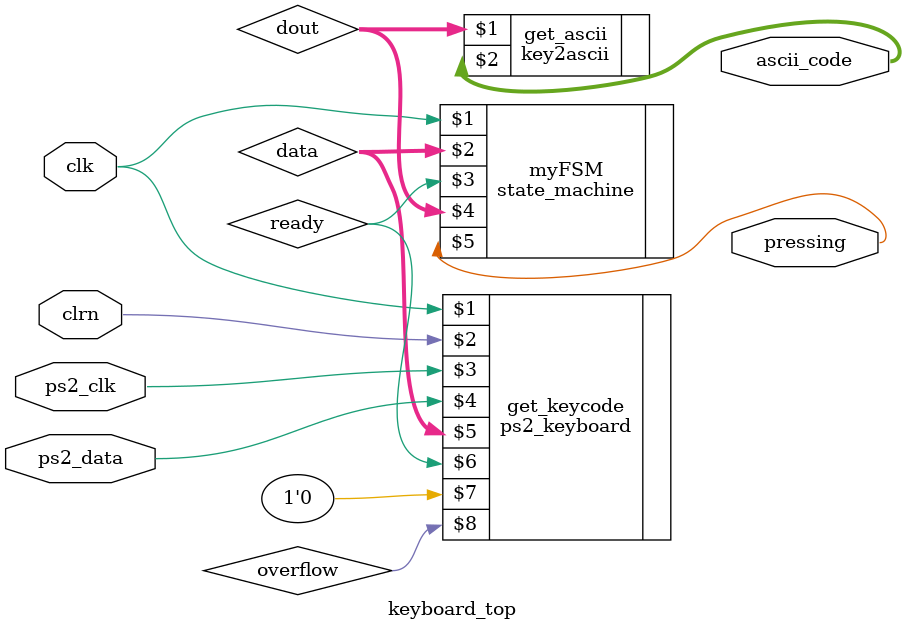
<source format=v>
module keyboard_top(clk, clrn, ps2_clk, ps2_data, ascii_code, pressing);

input clk, clrn, ps2_clk, ps2_data;
output [7:0] ascii_code;
output pressing;

wire [7:0] data; // keycode
wire ready;
wire overflow;
wire [7:0] dout;

// get keycode
ps2_keyboard get_keycode(clk, clrn, ps2_clk, ps2_data, data, ready, 1'b0, overflow);

// keyboard state machine
state_machine myFSM(clk, data, ready, dout, pressing);

// keycode to ascii_code
key2ascii get_ascii(dout, ascii_code);

endmodule
</source>
